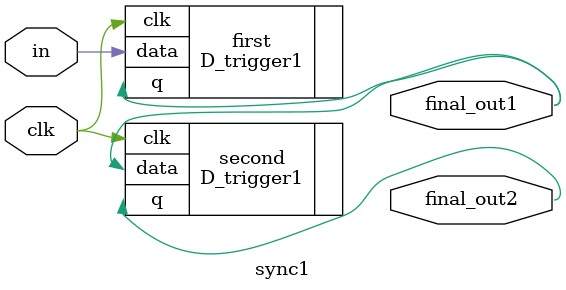
<source format=v>
`timescale 1ns / 1ps

module sync1 (input clk,
            input in,
            output final_out1,
            output final_out2);


D_trigger1 first(.clk(clk), .data(in), .q(final_out1));
D_trigger1 second(.clk(clk), .data(final_out1), .q(final_out2));

endmodule

</source>
